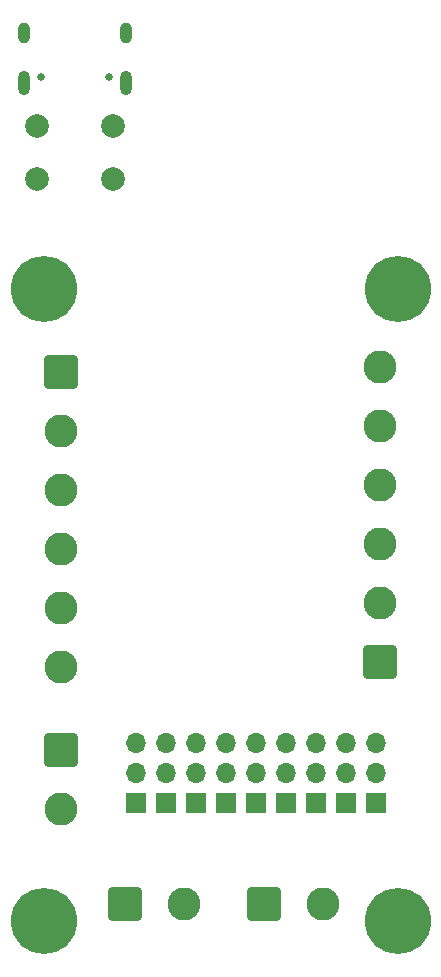
<source format=gbs>
G04 #@! TF.GenerationSoftware,KiCad,Pcbnew,9.0.0*
G04 #@! TF.CreationDate,2025-07-02T14:57:14+08:00*
G04 #@! TF.ProjectId,ESPNOW,4553504e-4f57-42e6-9b69-6361645f7063,rev?*
G04 #@! TF.SameCoordinates,Original*
G04 #@! TF.FileFunction,Soldermask,Bot*
G04 #@! TF.FilePolarity,Negative*
%FSLAX46Y46*%
G04 Gerber Fmt 4.6, Leading zero omitted, Abs format (unit mm)*
G04 Created by KiCad (PCBNEW 9.0.0) date 2025-07-02 14:57:14*
%MOMM*%
%LPD*%
G01*
G04 APERTURE LIST*
G04 Aperture macros list*
%AMRoundRect*
0 Rectangle with rounded corners*
0 $1 Rounding radius*
0 $2 $3 $4 $5 $6 $7 $8 $9 X,Y pos of 4 corners*
0 Add a 4 corners polygon primitive as box body*
4,1,4,$2,$3,$4,$5,$6,$7,$8,$9,$2,$3,0*
0 Add four circle primitives for the rounded corners*
1,1,$1+$1,$2,$3*
1,1,$1+$1,$4,$5*
1,1,$1+$1,$6,$7*
1,1,$1+$1,$8,$9*
0 Add four rect primitives between the rounded corners*
20,1,$1+$1,$2,$3,$4,$5,0*
20,1,$1+$1,$4,$5,$6,$7,0*
20,1,$1+$1,$6,$7,$8,$9,0*
20,1,$1+$1,$8,$9,$2,$3,0*%
G04 Aperture macros list end*
%ADD10R,1.700000X1.700000*%
%ADD11O,1.700000X1.700000*%
%ADD12RoundRect,0.250001X1.149999X-1.149999X1.149999X1.149999X-1.149999X1.149999X-1.149999X-1.149999X0*%
%ADD13C,2.800000*%
%ADD14RoundRect,0.250001X-1.149999X1.149999X-1.149999X-1.149999X1.149999X-1.149999X1.149999X1.149999X0*%
%ADD15C,0.650000*%
%ADD16O,1.000000X2.100000*%
%ADD17O,1.000000X1.800000*%
%ADD18C,5.600000*%
%ADD19RoundRect,0.250001X-1.149999X-1.149999X1.149999X-1.149999X1.149999X1.149999X-1.149999X1.149999X0*%
%ADD20C,2.000000*%
G04 APERTURE END LIST*
D10*
X197650000Y-129580000D03*
D11*
X197650000Y-127040000D03*
X197650000Y-124500000D03*
D10*
X190030000Y-129580000D03*
D11*
X190030000Y-127040000D03*
X190030000Y-124500000D03*
D12*
X197950000Y-117640000D03*
D13*
X197950000Y-112640000D03*
X197950000Y-107640000D03*
X197950000Y-102640000D03*
X197950000Y-97640000D03*
X197950000Y-92640000D03*
D14*
X170950000Y-125040000D03*
D13*
X170950000Y-130040000D03*
D15*
X175040000Y-68050000D03*
X169260000Y-68050000D03*
D16*
X176470000Y-68570000D03*
D17*
X176470000Y-64370000D03*
D16*
X167830000Y-68570000D03*
D17*
X167830000Y-64370000D03*
D10*
X179870000Y-129580000D03*
D11*
X179870000Y-127040000D03*
X179870000Y-124500000D03*
D18*
X199500000Y-86000000D03*
D10*
X177330000Y-129580000D03*
D11*
X177330000Y-127040000D03*
X177330000Y-124500000D03*
D10*
X192570000Y-129580000D03*
D11*
X192570000Y-127040000D03*
X192570000Y-124500000D03*
D18*
X169500000Y-86000000D03*
D19*
X188140000Y-138070000D03*
D13*
X193140000Y-138070000D03*
D10*
X184950000Y-129580000D03*
D11*
X184950000Y-127040000D03*
X184950000Y-124500000D03*
D10*
X187490000Y-129580000D03*
D11*
X187490000Y-127040000D03*
X187490000Y-124500000D03*
D19*
X176370000Y-138070000D03*
D13*
X181370000Y-138070000D03*
D18*
X199500000Y-139500000D03*
D10*
X182410000Y-129580000D03*
D11*
X182410000Y-127040000D03*
X182410000Y-124500000D03*
D14*
X170950000Y-93040000D03*
D13*
X170950000Y-98040000D03*
X170950000Y-103040000D03*
X170950000Y-108040000D03*
X170950000Y-113040000D03*
X170950000Y-118040000D03*
D20*
X168910000Y-72240000D03*
X175410000Y-72240000D03*
X168910000Y-76740000D03*
X175410000Y-76740000D03*
D18*
X169500000Y-139500000D03*
D10*
X195110000Y-129580000D03*
D11*
X195110000Y-127040000D03*
X195110000Y-124500000D03*
M02*

</source>
